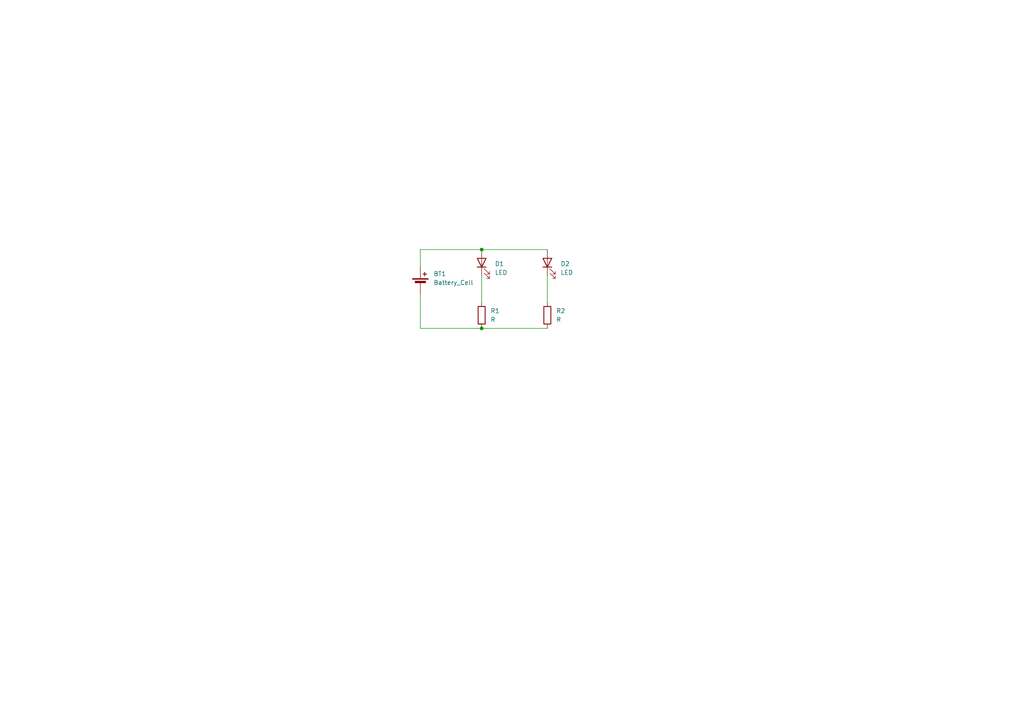
<source format=kicad_sch>
(kicad_sch (version 20250114) (generator "eeschema") (generator_version "9.0")
  (paper "A4")
  (lib_symbols
    (symbol "Device:Battery_Cell" (pin_numbers (hide yes)) (pin_names (offset 0) (hide yes))
      (property "Reference" "BT" (at 2.54 2.54 0))
      (property "Value" "Battery_Cell" (at 2.54 0 0))
      (symbol "Battery_Cell_0_1"
        (rectangle (start -2.286 1.778) (end 2.286 1.524) (fill (type outline)))
        (rectangle (start -1.524 1.016) (end 1.524 0.508) (fill (type outline)))
        (polyline (pts (xy 0 1.778) (xy 0 2.54)))
        (polyline (pts (xy 0 0.762) (xy 0 0)))
        (polyline (pts (xy 0.762 3.048) (xy 1.778 3.048)) (stroke (width 0.254)))
        (polyline (pts (xy 1.27 3.556) (xy 1.27 2.54)) (stroke (width 0.254)))
      )
      (symbol "Battery_Cell_1_1"
        (pin passive line (at 0 5.08 270) (length 2.54) (name "+") (number "1"))
        (pin passive line (at 0 -2.54 90) (length 2.54) (name "-") (number "2"))
      )
    )
    (symbol "Device:LED" (pin_numbers (hide yes)) (pin_names (offset 1.016) (hide yes))
      (property "Reference" "D" (at 0 2.54 0))
      (property "Value" "LED" (at 0 -2.54 0))
      (symbol "LED_0_1"
        (polyline (pts (xy -3.048 -0.762) (xy -4.572 -2.286) (xy -3.81 -2.286) (xy -4.572 -2.286) (xy -4.572 -1.524)))
        (polyline (pts (xy -1.778 -0.762) (xy -3.302 -2.286) (xy -2.54 -2.286) (xy -3.302 -2.286) (xy -3.302 -1.524)))
        (polyline (pts (xy -1.27 0) (xy 1.27 0)))
        (polyline (pts (xy -1.27 -1.27) (xy -1.27 1.27)) (stroke (width 0.254)))
        (polyline (pts (xy 1.27 -1.27) (xy 1.27 1.27) (xy -1.27 0) (xy 1.27 -1.27)) (stroke (width 0.254)))
      )
      (symbol "LED_1_1"
        (pin passive line (at -3.81 0 0) (length 2.54) (name "K") (number "1"))
        (pin passive line (at 3.81 0 180) (length 2.54) (name "A") (number "2"))
      )
    )
    (symbol "Device:R" (pin_numbers (hide yes)) (pin_names (offset 0))
      (property "Reference" "R" (at 2.032 0 90))
      (property "Value" "R" (at 0 0 90))
      (symbol "R_0_1"
        (rectangle (start -1.016 -2.54) (end 1.016 2.54) (stroke (width 0.254)))
      )
      (symbol "R_1_1"
        (pin passive line (at 0 3.81 270) (length 1.27) (name "~") (number "1"))
        (pin passive line (at 0 -3.81 90) (length 1.27) (name "~") (number "2"))
      )
    )
  )
  (junction (at 139.7 95.25))
  (junction (at 139.7 72.39))
  (wire (pts (xy 158.75 80.01) (xy 158.75 87.63)))
  (wire (pts (xy 121.92 95.25) (xy 121.92 85.09)))
  (wire (pts (xy 121.92 72.39) (xy 139.7 72.39)))
  (wire (pts (xy 139.7 95.25) (xy 121.92 95.25)))
  (wire (pts (xy 139.7 95.25) (xy 158.75 95.25)))
  (wire (pts (xy 121.92 77.47) (xy 121.92 72.39)))
  (wire (pts (xy 139.7 80.01) (xy 139.7 87.63)))
  (wire (pts (xy 139.7 72.39) (xy 158.75 72.39)))
  (symbol (lib_id "Device:Battery_Cell") (at 121.92 82.55 0) (unit 1)
    (property "Reference" "BT1" (at 125.73 79.4384 0) (effects (justify left)))
    (property "Value" "Battery_Cell" (at 125.73 81.9784 0) (effects (justify left)))
    (property "Footprint" "Battery:BatteryHolder_Keystone_3034_1x20mm" (effects (hide yes)))
    (property "Description" "Single-cell battery" (effects (hide yes)))
  )
  (symbol (lib_id "Device:LED") (at 139.7 76.2 90) (unit 1)
    (property "Reference" "D1" (at 143.51 76.5174 90) (effects (justify right)))
    (property "Value" "LED" (at 143.51 79.0574 90) (effects (justify right)))
    (property "Footprint" "LED_THT:LED_D5.0mm" (effects (hide yes)))
    (property "Description" "Light emitting diode" (effects (hide yes)))
    (property "Sim.Pins" "1=K 2=A" (effects (hide yes)))
  )
  (symbol (lib_id "Device:R") (at 158.75 91.44 0) (unit 1)
    (property "Reference" "R2" (at 161.29 90.1699 0) (effects (justify left)))
    (property "Value" "R" (at 161.29 92.7099 0) (effects (justify left)))
    (property "Footprint" "Resistor_THT:R_Axial_DIN0207_L6.3mm_D2.5mm_P7.62mm_Horizontal" (effects (hide yes)))
    (property "Description" "Resistor" (effects (hide yes)))
  )
  (symbol (lib_id "Device:LED") (at 158.75 76.2 90) (unit 1)
    (property "Reference" "D2" (at 162.56 76.5174 90) (effects (justify right)))
    (property "Value" "LED" (at 162.56 79.0574 90) (effects (justify right)))
    (property "Footprint" "LED_THT:LED_D5.0mm" (effects (hide yes)))
    (property "Description" "Light emitting diode" (effects (hide yes)))
    (property "Sim.Pins" "1=K 2=A" (effects (hide yes)))
  )
  (symbol (lib_id "Device:R") (at 139.7 91.44 0) (unit 1)
    (property "Reference" "R1" (at 142.24 90.1699 0) (effects (justify left)))
    (property "Value" "R" (at 142.24 92.7099 0) (effects (justify left)))
    (property "Footprint" "Resistor_THT:R_Axial_DIN0207_L6.3mm_D2.5mm_P7.62mm_Horizontal" (effects (hide yes)))
    (property "Description" "Resistor" (effects (hide yes)))
  )
)
</source>
